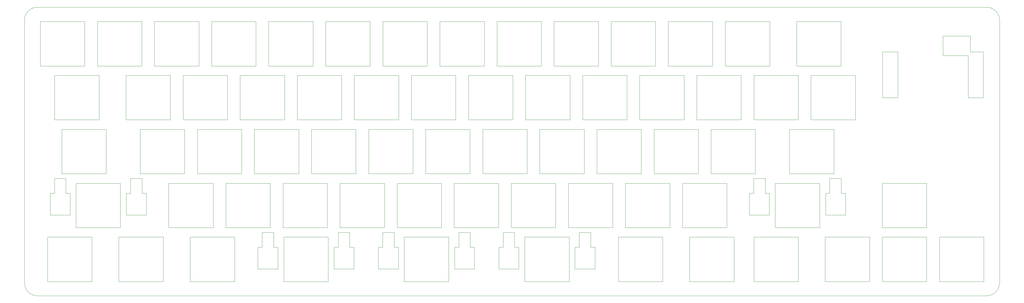
<source format=gbr>
%TF.GenerationSoftware,KiCad,Pcbnew,(7.0.0-0)*%
%TF.CreationDate,2023-02-20T17:42:32-08:00*%
%TF.ProjectId,mt-choc-top,6d742d63-686f-4632-9d74-6f702e6b6963,v1.0*%
%TF.SameCoordinates,Original*%
%TF.FileFunction,Profile,NP*%
%FSLAX46Y46*%
G04 Gerber Fmt 4.6, Leading zero omitted, Abs format (unit mm)*
G04 Created by KiCad (PCBNEW (7.0.0-0)) date 2023-02-20 17:42:32*
%MOMM*%
%LPD*%
G01*
G04 APERTURE LIST*
%TA.AperFunction,Profile*%
%ADD10C,0.038100*%
%TD*%
%TA.AperFunction,Profile*%
%ADD11C,0.120000*%
%TD*%
G04 APERTURE END LIST*
D10*
X362500000Y-82500000D02*
G75*
G03*
X358500000Y-78500000I-4000000J0D01*
G01*
X358500000Y-169500000D02*
G75*
G03*
X362500000Y-165500000I0J4000000D01*
G01*
X362500000Y-165500000D02*
X362500000Y-82500000D01*
X55000000Y-165500000D02*
X55000000Y-82500000D01*
X59000000Y-169500000D02*
X358500000Y-169500000D01*
X59000000Y-78500000D02*
X358500000Y-78500000D01*
X55000000Y-165500000D02*
G75*
G03*
X59000000Y-169500000I4000000J0D01*
G01*
X59000000Y-78500000D02*
G75*
G03*
X55000000Y-82500000I0J-4000000D01*
G01*
D11*
%TO.C,SW10*%
X84750000Y-151000000D02*
X84750000Y-165000000D01*
X84750000Y-165000000D02*
X98750000Y-165000000D01*
X98750000Y-151000000D02*
X84750000Y-151000000D01*
X98750000Y-165000000D02*
X98750000Y-151000000D01*
%TO.C,SW39*%
X217500000Y-117000000D02*
X217500000Y-131000000D01*
X217500000Y-131000000D02*
X231500000Y-131000000D01*
X231500000Y-117000000D02*
X217500000Y-117000000D01*
X231500000Y-131000000D02*
X231500000Y-117000000D01*
%TO.C,SW33*%
X186000000Y-83000000D02*
X186000000Y-97000000D01*
X186000000Y-97000000D02*
X200000000Y-97000000D01*
X200000000Y-83000000D02*
X186000000Y-83000000D01*
X200000000Y-97000000D02*
X200000000Y-83000000D01*
%TO.C,SW40*%
X226500000Y-134000000D02*
X226500000Y-148000000D01*
X226500000Y-148000000D02*
X240500000Y-148000000D01*
X240500000Y-134000000D02*
X226500000Y-134000000D01*
X240500000Y-148000000D02*
X240500000Y-134000000D01*
%TO.C,SW56*%
X307500000Y-151000000D02*
X307500000Y-165000000D01*
X307500000Y-165000000D02*
X321500000Y-165000000D01*
X321500000Y-151000000D02*
X307500000Y-151000000D01*
X321500000Y-165000000D02*
X321500000Y-151000000D01*
%TO.C,SW18*%
X127500000Y-117000000D02*
X127500000Y-131000000D01*
X127500000Y-131000000D02*
X141500000Y-131000000D01*
X141500000Y-117000000D02*
X127500000Y-117000000D01*
X141500000Y-131000000D02*
X141500000Y-117000000D01*
%TO.C,SW44*%
X235500000Y-117000000D02*
X235500000Y-131000000D01*
X235500000Y-131000000D02*
X249500000Y-131000000D01*
X249500000Y-117000000D02*
X235500000Y-117000000D01*
X249500000Y-131000000D02*
X249500000Y-117000000D01*
%TO.C,SW36*%
X208500000Y-134000000D02*
X208500000Y-148000000D01*
X208500000Y-148000000D02*
X222500000Y-148000000D01*
X222500000Y-134000000D02*
X208500000Y-134000000D01*
X222500000Y-148000000D02*
X222500000Y-134000000D01*
%TO.C,SW63*%
X303000000Y-100000000D02*
X303000000Y-114000000D01*
X303000000Y-114000000D02*
X317000000Y-114000000D01*
X317000000Y-100000000D02*
X303000000Y-100000000D01*
X317000000Y-114000000D02*
X317000000Y-100000000D01*
%TO.C,SW25*%
X150000000Y-83000000D02*
X150000000Y-97000000D01*
X150000000Y-97000000D02*
X164000000Y-97000000D01*
X164000000Y-83000000D02*
X150000000Y-83000000D01*
X164000000Y-97000000D02*
X164000000Y-83000000D01*
%TO.C,SW16*%
X114000000Y-83000000D02*
X114000000Y-97000000D01*
X114000000Y-97000000D02*
X128000000Y-97000000D01*
X128000000Y-83000000D02*
X114000000Y-83000000D01*
X128000000Y-97000000D02*
X128000000Y-83000000D01*
%TO.C,SW41*%
X242250000Y-151000000D02*
X242250000Y-165000000D01*
X242250000Y-165000000D02*
X256250000Y-165000000D01*
X256250000Y-151000000D02*
X242250000Y-151000000D01*
X256250000Y-165000000D02*
X256250000Y-151000000D01*
%TO.C,SW38*%
X213000000Y-100000000D02*
X213000000Y-114000000D01*
X213000000Y-114000000D02*
X227000000Y-114000000D01*
X227000000Y-100000000D02*
X213000000Y-100000000D01*
X227000000Y-114000000D02*
X227000000Y-100000000D01*
%TO.C,SW62*%
X298500000Y-83000000D02*
X298500000Y-97000000D01*
X298500000Y-97000000D02*
X312500000Y-97000000D01*
X312500000Y-83000000D02*
X298500000Y-83000000D01*
X312500000Y-97000000D02*
X312500000Y-83000000D01*
%TO.C,SW26*%
X159000000Y-100000000D02*
X159000000Y-114000000D01*
X159000000Y-114000000D02*
X173000000Y-114000000D01*
X173000000Y-100000000D02*
X159000000Y-100000000D01*
X173000000Y-114000000D02*
X173000000Y-100000000D01*
%TO.C,SW48*%
X249000000Y-100000000D02*
X249000000Y-114000000D01*
X249000000Y-114000000D02*
X263000000Y-114000000D01*
X263000000Y-100000000D02*
X249000000Y-100000000D01*
X263000000Y-114000000D02*
X263000000Y-100000000D01*
%TO.C,SW11*%
X96000000Y-83000000D02*
X96000000Y-97000000D01*
X96000000Y-97000000D02*
X110000000Y-97000000D01*
X110000000Y-83000000D02*
X96000000Y-83000000D01*
X110000000Y-97000000D02*
X110000000Y-83000000D01*
%TO.C,SW21*%
X141000000Y-100000000D02*
X141000000Y-114000000D01*
X141000000Y-114000000D02*
X155000000Y-114000000D01*
X155000000Y-100000000D02*
X141000000Y-100000000D01*
X155000000Y-114000000D02*
X155000000Y-100000000D01*
%TO.C,SW54*%
X271500000Y-117000000D02*
X271500000Y-131000000D01*
X271500000Y-131000000D02*
X285500000Y-131000000D01*
X285500000Y-117000000D02*
X271500000Y-117000000D01*
X285500000Y-131000000D02*
X285500000Y-117000000D01*
%TO.C,SW57*%
X276000000Y-83000000D02*
X276000000Y-97000000D01*
X276000000Y-97000000D02*
X290000000Y-97000000D01*
X290000000Y-83000000D02*
X276000000Y-83000000D01*
X290000000Y-97000000D02*
X290000000Y-83000000D01*
%TO.C,SW24*%
X128600000Y-154200000D02*
X129950000Y-154200000D01*
X128600000Y-161050000D02*
X128600000Y-154200000D01*
X128600000Y-161050000D02*
X134900000Y-161050000D01*
X129950000Y-149550000D02*
X129950000Y-154200000D01*
X129950000Y-149550000D02*
X133550000Y-149550000D01*
X133550000Y-149550000D02*
X133550000Y-154200000D01*
X133550000Y-154200000D02*
X134900000Y-154200000D01*
X134900000Y-161050000D02*
X134900000Y-154200000D01*
X136750000Y-151000000D02*
X136750000Y-165000000D01*
X136750000Y-165000000D02*
X150750000Y-165000000D01*
X150750000Y-151000000D02*
X136750000Y-151000000D01*
X150750000Y-165000000D02*
X150750000Y-151000000D01*
X152600000Y-154200000D02*
X153950000Y-154200000D01*
X152600000Y-161050000D02*
X152600000Y-154200000D01*
X152600000Y-161050000D02*
X158900000Y-161050000D01*
X153950000Y-149550000D02*
X153950000Y-154200000D01*
X153950000Y-149550000D02*
X157550000Y-149550000D01*
X157550000Y-149550000D02*
X157550000Y-154200000D01*
X157550000Y-154200000D02*
X158900000Y-154200000D01*
X158900000Y-161050000D02*
X158900000Y-154200000D01*
X166600000Y-154200000D02*
X167950000Y-154200000D01*
X166600000Y-161050000D02*
X166600000Y-154200000D01*
X166600000Y-161050000D02*
X172900000Y-161050000D01*
X167950000Y-149550000D02*
X167950000Y-154200000D01*
X167950000Y-149550000D02*
X171550000Y-149550000D01*
X171550000Y-149550000D02*
X171550000Y-154200000D01*
X171550000Y-154200000D02*
X172900000Y-154200000D01*
X172900000Y-161050000D02*
X172900000Y-154200000D01*
X174750000Y-151000000D02*
X174750000Y-165000000D01*
X174750000Y-165000000D02*
X188750000Y-165000000D01*
X188750000Y-151000000D02*
X174750000Y-151000000D01*
X188750000Y-165000000D02*
X188750000Y-151000000D01*
X190600000Y-154200000D02*
X191950000Y-154200000D01*
X190600000Y-161050000D02*
X190600000Y-154200000D01*
X190600000Y-161050000D02*
X196900000Y-161050000D01*
X191950000Y-149550000D02*
X191950000Y-154200000D01*
X191950000Y-149550000D02*
X195550000Y-149550000D01*
X195550000Y-149550000D02*
X195550000Y-154200000D01*
X195550000Y-154200000D02*
X196900000Y-154200000D01*
X196900000Y-161050000D02*
X196900000Y-154200000D01*
X204600000Y-154200000D02*
X205950000Y-154200000D01*
X204600000Y-161050000D02*
X204600000Y-154200000D01*
X204600000Y-161050000D02*
X210900000Y-161050000D01*
X205950000Y-149550000D02*
X205950000Y-154200000D01*
X205950000Y-149550000D02*
X209550000Y-149550000D01*
X209550000Y-149550000D02*
X209550000Y-154200000D01*
X209550000Y-154200000D02*
X210900000Y-154200000D01*
X210900000Y-161050000D02*
X210900000Y-154200000D01*
X212750000Y-151000000D02*
X212750000Y-165000000D01*
X212750000Y-165000000D02*
X226750000Y-165000000D01*
X226750000Y-151000000D02*
X212750000Y-151000000D01*
X226750000Y-165000000D02*
X226750000Y-151000000D01*
X228600000Y-154200000D02*
X229950000Y-154200000D01*
X228600000Y-161050000D02*
X228600000Y-154200000D01*
X228600000Y-161050000D02*
X234900000Y-161050000D01*
X229950000Y-149550000D02*
X229950000Y-154200000D01*
X229950000Y-149550000D02*
X233550000Y-149550000D01*
X233550000Y-149550000D02*
X233550000Y-154200000D01*
X233550000Y-154200000D02*
X234900000Y-154200000D01*
X234900000Y-161050000D02*
X234900000Y-154200000D01*
%TO.C,SW8*%
X91500000Y-117000000D02*
X91500000Y-131000000D01*
X91500000Y-131000000D02*
X105500000Y-131000000D01*
X105500000Y-117000000D02*
X91500000Y-117000000D01*
X105500000Y-131000000D02*
X105500000Y-117000000D01*
%TO.C,SW3*%
X66750000Y-117000000D02*
X66750000Y-131000000D01*
X66750000Y-131000000D02*
X80750000Y-131000000D01*
X80750000Y-117000000D02*
X66750000Y-117000000D01*
X80750000Y-131000000D02*
X80750000Y-117000000D01*
%TO.C,SW35*%
X199500000Y-117000000D02*
X199500000Y-131000000D01*
X199500000Y-131000000D02*
X213500000Y-131000000D01*
X213500000Y-117000000D02*
X199500000Y-117000000D01*
X213500000Y-131000000D02*
X213500000Y-117000000D01*
%TO.C,SW9*%
X100500000Y-134000000D02*
X100500000Y-148000000D01*
X100500000Y-148000000D02*
X114500000Y-148000000D01*
X114500000Y-134000000D02*
X100500000Y-134000000D01*
X114500000Y-148000000D02*
X114500000Y-134000000D01*
%TO.C,SW15*%
X107250000Y-151000000D02*
X107250000Y-165000000D01*
X107250000Y-165000000D02*
X121250000Y-165000000D01*
X121250000Y-151000000D02*
X107250000Y-151000000D01*
X121250000Y-165000000D02*
X121250000Y-151000000D01*
%TO.C,SW4*%
X63100000Y-137200000D02*
X64450000Y-137200000D01*
X63100000Y-144050000D02*
X63100000Y-137200000D01*
X63100000Y-144050000D02*
X69400000Y-144050000D01*
X64450000Y-132550000D02*
X64450000Y-137200000D01*
X64450000Y-132550000D02*
X68050000Y-132550000D01*
X68050000Y-132550000D02*
X68050000Y-137200000D01*
X68050000Y-137200000D02*
X69400000Y-137200000D01*
X69400000Y-144050000D02*
X69400000Y-137200000D01*
X71250000Y-134000000D02*
X71250000Y-148000000D01*
X71250000Y-148000000D02*
X85250000Y-148000000D01*
X85250000Y-134000000D02*
X71250000Y-134000000D01*
X85250000Y-148000000D02*
X85250000Y-134000000D01*
X87100000Y-137200000D02*
X88450000Y-137200000D01*
X87100000Y-144050000D02*
X87100000Y-137200000D01*
X87100000Y-144050000D02*
X93400000Y-144050000D01*
X88450000Y-132550000D02*
X88450000Y-137200000D01*
X88450000Y-132550000D02*
X92050000Y-132550000D01*
X92050000Y-132550000D02*
X92050000Y-137200000D01*
X92050000Y-137200000D02*
X93400000Y-137200000D01*
X93400000Y-144050000D02*
X93400000Y-137200000D01*
%TO.C,SW49*%
X253500000Y-117000000D02*
X253500000Y-131000000D01*
X253500000Y-131000000D02*
X267500000Y-131000000D01*
X267500000Y-117000000D02*
X253500000Y-117000000D01*
X267500000Y-131000000D02*
X267500000Y-117000000D01*
%TO.C,SW42*%
X222000000Y-83000000D02*
X222000000Y-97000000D01*
X222000000Y-97000000D02*
X236000000Y-97000000D01*
X236000000Y-83000000D02*
X222000000Y-83000000D01*
X236000000Y-97000000D02*
X236000000Y-83000000D01*
%TO.C,SW53*%
X267000000Y-100000000D02*
X267000000Y-114000000D01*
X267000000Y-114000000D02*
X281000000Y-114000000D01*
X281000000Y-100000000D02*
X267000000Y-100000000D01*
X281000000Y-114000000D02*
X281000000Y-100000000D01*
%TO.C,SW1*%
X60000000Y-83000000D02*
X60000000Y-97000000D01*
X60000000Y-97000000D02*
X74000000Y-97000000D01*
X74000000Y-83000000D02*
X60000000Y-83000000D01*
X74000000Y-97000000D02*
X74000000Y-83000000D01*
%TO.C,SW43*%
X231000000Y-100000000D02*
X231000000Y-114000000D01*
X231000000Y-114000000D02*
X245000000Y-114000000D01*
X245000000Y-100000000D02*
X231000000Y-100000000D01*
X245000000Y-114000000D02*
X245000000Y-100000000D01*
%TO.C,SW58*%
X285000000Y-100000000D02*
X285000000Y-114000000D01*
X285000000Y-114000000D02*
X299000000Y-114000000D01*
X299000000Y-100000000D02*
X285000000Y-100000000D01*
X299000000Y-114000000D02*
X299000000Y-100000000D01*
%TO.C,SW59*%
X296250000Y-117000000D02*
X296250000Y-131000000D01*
X296250000Y-131000000D02*
X310250000Y-131000000D01*
X310250000Y-117000000D02*
X296250000Y-117000000D01*
X310250000Y-131000000D02*
X310250000Y-117000000D01*
%TO.C,SW29*%
X168000000Y-83000000D02*
X168000000Y-97000000D01*
X168000000Y-97000000D02*
X182000000Y-97000000D01*
X182000000Y-83000000D02*
X168000000Y-83000000D01*
X182000000Y-97000000D02*
X182000000Y-83000000D01*
%TO.C,SW7*%
X87000000Y-100000000D02*
X87000000Y-114000000D01*
X87000000Y-114000000D02*
X101000000Y-114000000D01*
X101000000Y-100000000D02*
X87000000Y-100000000D01*
X101000000Y-114000000D02*
X101000000Y-100000000D01*
%TO.C,SW34*%
X195000000Y-100000000D02*
X195000000Y-114000000D01*
X195000000Y-114000000D02*
X209000000Y-114000000D01*
X209000000Y-100000000D02*
X195000000Y-100000000D01*
X209000000Y-114000000D02*
X209000000Y-100000000D01*
%TO.C,SW22*%
X145500000Y-117000000D02*
X145500000Y-131000000D01*
X145500000Y-131000000D02*
X159500000Y-131000000D01*
X159500000Y-117000000D02*
X145500000Y-117000000D01*
X159500000Y-131000000D02*
X159500000Y-117000000D01*
%TO.C,SW6*%
X78000000Y-83000000D02*
X78000000Y-97000000D01*
X78000000Y-97000000D02*
X92000000Y-97000000D01*
X92000000Y-83000000D02*
X78000000Y-83000000D01*
X92000000Y-97000000D02*
X92000000Y-83000000D01*
%TO.C,SW30*%
X177000000Y-100000000D02*
X177000000Y-114000000D01*
X177000000Y-114000000D02*
X191000000Y-114000000D01*
X191000000Y-100000000D02*
X177000000Y-100000000D01*
X191000000Y-114000000D02*
X191000000Y-100000000D01*
%TO.C,SW37*%
X204000000Y-83000000D02*
X204000000Y-97000000D01*
X204000000Y-97000000D02*
X218000000Y-97000000D01*
X218000000Y-83000000D02*
X204000000Y-83000000D01*
X218000000Y-97000000D02*
X218000000Y-83000000D01*
%TO.C,SW61*%
X325500000Y-151000000D02*
X325500000Y-165000000D01*
X325500000Y-165000000D02*
X339500000Y-165000000D01*
X339500000Y-151000000D02*
X325500000Y-151000000D01*
X339500000Y-165000000D02*
X339500000Y-151000000D01*
%TO.C,SW23*%
X154500000Y-134000000D02*
X154500000Y-148000000D01*
X154500000Y-148000000D02*
X168500000Y-148000000D01*
X168500000Y-134000000D02*
X154500000Y-134000000D01*
X168500000Y-148000000D02*
X168500000Y-134000000D01*
%TO.C,SW31*%
X181500000Y-117000000D02*
X181500000Y-131000000D01*
X181500000Y-131000000D02*
X195500000Y-131000000D01*
X195500000Y-117000000D02*
X181500000Y-117000000D01*
X195500000Y-131000000D02*
X195500000Y-117000000D01*
%TO.C,SW46*%
X264750000Y-151000000D02*
X264750000Y-165000000D01*
X264750000Y-165000000D02*
X278750000Y-165000000D01*
X278750000Y-151000000D02*
X264750000Y-151000000D01*
X278750000Y-165000000D02*
X278750000Y-151000000D01*
%TO.C,SW14*%
X118500000Y-134000000D02*
X118500000Y-148000000D01*
X118500000Y-148000000D02*
X132500000Y-148000000D01*
X132500000Y-134000000D02*
X118500000Y-134000000D01*
X132500000Y-148000000D02*
X132500000Y-134000000D01*
%TO.C,U1*%
X344654544Y-87522755D02*
X344654544Y-93772754D01*
X344654544Y-93772754D02*
X352626506Y-93772754D01*
X352626506Y-93772754D02*
X352626506Y-107047802D01*
X352626506Y-107047802D02*
X357376506Y-107047802D01*
X353254543Y-87522755D02*
X344654544Y-87522755D01*
X353254543Y-92547802D02*
X353254543Y-87522755D01*
X357376506Y-92547802D02*
X353254543Y-92547802D01*
X357376506Y-107047802D02*
X357376506Y-92547802D01*
X325626254Y-92547901D02*
X330376254Y-92547901D01*
X330376254Y-92547901D02*
X330376254Y-107047901D01*
X330376254Y-107047901D02*
X325626254Y-107047901D01*
X325626254Y-107047901D02*
X325626254Y-92547901D01*
%TO.C,SW50*%
X262500000Y-134000000D02*
X262500000Y-148000000D01*
X262500000Y-148000000D02*
X276500000Y-148000000D01*
X276500000Y-134000000D02*
X262500000Y-134000000D01*
X276500000Y-148000000D02*
X276500000Y-134000000D01*
%TO.C,SW27*%
X163500000Y-117000000D02*
X163500000Y-131000000D01*
X163500000Y-131000000D02*
X177500000Y-131000000D01*
X177500000Y-117000000D02*
X163500000Y-117000000D01*
X177500000Y-131000000D02*
X177500000Y-117000000D01*
%TO.C,SW13*%
X109500000Y-117000000D02*
X109500000Y-131000000D01*
X109500000Y-131000000D02*
X123500000Y-131000000D01*
X123500000Y-117000000D02*
X109500000Y-117000000D01*
X123500000Y-131000000D02*
X123500000Y-117000000D01*
%TO.C,SW17*%
X123000000Y-100000000D02*
X123000000Y-114000000D01*
X123000000Y-114000000D02*
X137000000Y-114000000D01*
X137000000Y-100000000D02*
X123000000Y-100000000D01*
X137000000Y-114000000D02*
X137000000Y-100000000D01*
%TO.C,SW45*%
X244500000Y-134000000D02*
X244500000Y-148000000D01*
X244500000Y-148000000D02*
X258500000Y-148000000D01*
X258500000Y-134000000D02*
X244500000Y-134000000D01*
X258500000Y-148000000D02*
X258500000Y-134000000D01*
%TO.C,SW2*%
X64500000Y-100000000D02*
X64500000Y-114000000D01*
X64500000Y-114000000D02*
X78500000Y-114000000D01*
X78500000Y-100000000D02*
X64500000Y-100000000D01*
X78500000Y-114000000D02*
X78500000Y-100000000D01*
%TO.C,SW5*%
X62250000Y-151000000D02*
X62250000Y-165000000D01*
X62250000Y-165000000D02*
X76250000Y-165000000D01*
X76250000Y-151000000D02*
X62250000Y-151000000D01*
X76250000Y-165000000D02*
X76250000Y-151000000D01*
%TO.C,SW64*%
X343500000Y-151000000D02*
X343500000Y-165000000D01*
X343500000Y-165000000D02*
X357500000Y-165000000D01*
X357500000Y-151000000D02*
X343500000Y-151000000D01*
X357500000Y-165000000D02*
X357500000Y-151000000D01*
%TO.C,SW12*%
X105000000Y-100000000D02*
X105000000Y-114000000D01*
X105000000Y-114000000D02*
X119000000Y-114000000D01*
X119000000Y-100000000D02*
X105000000Y-100000000D01*
X119000000Y-114000000D02*
X119000000Y-100000000D01*
%TO.C,SW60*%
X325500000Y-134000000D02*
X325500000Y-148000000D01*
X325500000Y-148000000D02*
X339500000Y-148000000D01*
X339500000Y-134000000D02*
X325500000Y-134000000D01*
X339500000Y-148000000D02*
X339500000Y-134000000D01*
%TO.C,SW32*%
X190500000Y-134000000D02*
X190500000Y-148000000D01*
X190500000Y-148000000D02*
X204500000Y-148000000D01*
X204500000Y-134000000D02*
X190500000Y-134000000D01*
X204500000Y-148000000D02*
X204500000Y-134000000D01*
%TO.C,SW55*%
X283600000Y-137200000D02*
X284950000Y-137200000D01*
X283600000Y-144050000D02*
X283600000Y-137200000D01*
X283600000Y-144050000D02*
X289900000Y-144050000D01*
X284950000Y-132550000D02*
X284950000Y-137200000D01*
X284950000Y-132550000D02*
X288550000Y-132550000D01*
X288550000Y-132550000D02*
X288550000Y-137200000D01*
X288550000Y-137200000D02*
X289900000Y-137200000D01*
X289900000Y-144050000D02*
X289900000Y-137200000D01*
X291750000Y-134000000D02*
X291750000Y-148000000D01*
X291750000Y-148000000D02*
X305750000Y-148000000D01*
X305750000Y-134000000D02*
X291750000Y-134000000D01*
X305750000Y-148000000D02*
X305750000Y-134000000D01*
X307600000Y-137200000D02*
X308950000Y-137200000D01*
X307600000Y-144050000D02*
X307600000Y-137200000D01*
X307600000Y-144050000D02*
X313900000Y-144050000D01*
X308950000Y-132550000D02*
X308950000Y-137200000D01*
X308950000Y-132550000D02*
X312550000Y-132550000D01*
X312550000Y-132550000D02*
X312550000Y-137200000D01*
X312550000Y-137200000D02*
X313900000Y-137200000D01*
X313900000Y-144050000D02*
X313900000Y-137200000D01*
%TO.C,SW47*%
X240000000Y-83000000D02*
X240000000Y-97000000D01*
X240000000Y-97000000D02*
X254000000Y-97000000D01*
X254000000Y-83000000D02*
X240000000Y-83000000D01*
X254000000Y-97000000D02*
X254000000Y-83000000D01*
%TO.C,SW28*%
X172500000Y-134000000D02*
X172500000Y-148000000D01*
X172500000Y-148000000D02*
X186500000Y-148000000D01*
X186500000Y-134000000D02*
X172500000Y-134000000D01*
X186500000Y-148000000D02*
X186500000Y-134000000D01*
%TO.C,SW20*%
X132000000Y-83000000D02*
X132000000Y-97000000D01*
X132000000Y-97000000D02*
X146000000Y-97000000D01*
X146000000Y-83000000D02*
X132000000Y-83000000D01*
X146000000Y-97000000D02*
X146000000Y-83000000D01*
%TO.C,SW52*%
X258000000Y-83000000D02*
X258000000Y-97000000D01*
X258000000Y-97000000D02*
X272000000Y-97000000D01*
X272000000Y-83000000D02*
X258000000Y-83000000D01*
X272000000Y-97000000D02*
X272000000Y-83000000D01*
%TO.C,SW51*%
X285000000Y-151000000D02*
X285000000Y-165000000D01*
X285000000Y-165000000D02*
X299000000Y-165000000D01*
X299000000Y-151000000D02*
X285000000Y-151000000D01*
X299000000Y-165000000D02*
X299000000Y-151000000D01*
%TO.C,SW19*%
X136500000Y-134000000D02*
X136500000Y-148000000D01*
X136500000Y-148000000D02*
X150500000Y-148000000D01*
X150500000Y-134000000D02*
X136500000Y-134000000D01*
X150500000Y-148000000D02*
X150500000Y-134000000D01*
%TD*%
M02*

</source>
